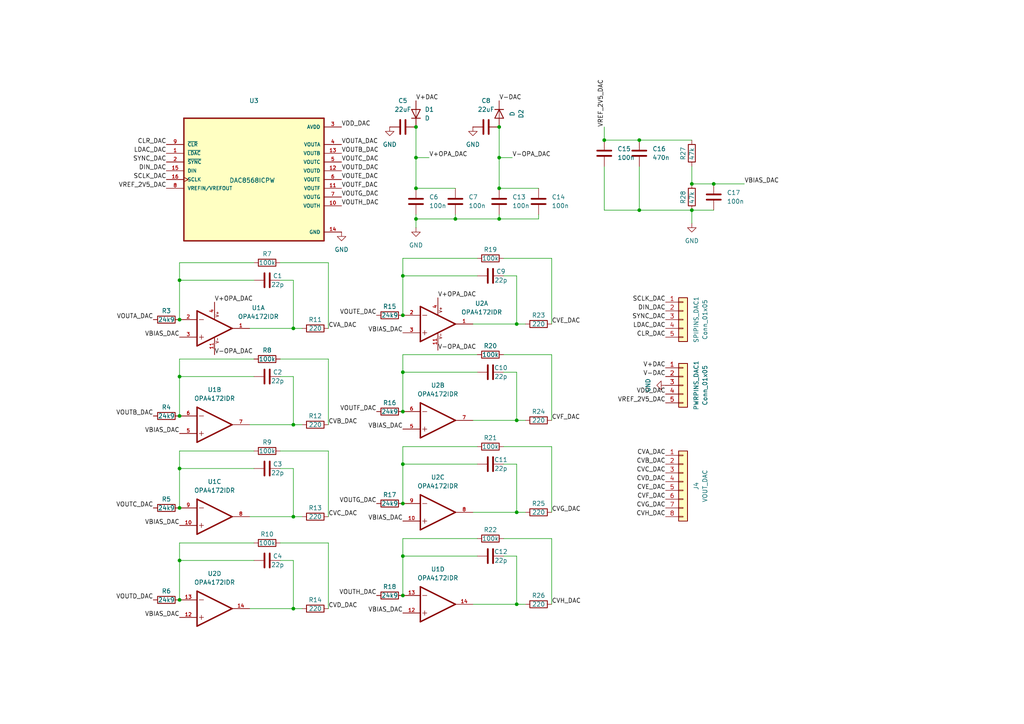
<source format=kicad_sch>
(kicad_sch (version 20231120) (generator "eeschema") (generator_version "8.0")
  (paper "A4")
  (lib_symbols
    (symbol "Connector_Generic:Conn_01x05" (pin_names (offset 1.016) hide)
      (property "Reference" "J" (at 0 7.62 0))
      (property "Value" "Conn_01x05" (at 0 -7.62 0))
      (symbol "Conn_01x05_1_1"
        (rectangle (start -1.27 -4.953) (end 0 -5.207) (stroke (width 0.1524)))
        (rectangle (start -1.27 -2.413) (end 0 -2.667) (stroke (width 0.1524)))
        (rectangle (start -1.27 0.127) (end 0 -0.127) (stroke (width 0.1524)))
        (rectangle (start -1.27 2.667) (end 0 2.413) (stroke (width 0.1524)))
        (rectangle (start -1.27 5.207) (end 0 4.953) (stroke (width 0.1524)))
        (rectangle (start -1.27 6.35) (end 1.27 -6.35) (stroke (width 0.254)) (fill (type background)))
        (pin passive line (at -5.08 5.08 0) (length 3.81) (name "Pin_1") (number "1"))
        (pin passive line (at -5.08 2.54 0) (length 3.81) (name "Pin_2") (number "2"))
        (pin passive line (at -5.08 0 0) (length 3.81) (name "Pin_3") (number "3"))
        (pin passive line (at -5.08 -2.54 0) (length 3.81) (name "Pin_4") (number "4"))
        (pin passive line (at -5.08 -5.08 0) (length 3.81) (name "Pin_5") (number "5"))
      )
    )
    (symbol "Connector_Generic:Conn_01x08" (pin_names (offset 1.016) hide)
      (property "Reference" "J" (at 0 10.16 0))
      (property "Value" "Conn_01x08" (at 0 -12.7 0))
      (symbol "Conn_01x08_1_1"
        (rectangle (start -1.27 -10.033) (end 0 -10.287) (stroke (width 0.1524)))
        (rectangle (start -1.27 -7.493) (end 0 -7.747) (stroke (width 0.1524)))
        (rectangle (start -1.27 -4.953) (end 0 -5.207) (stroke (width 0.1524)))
        (rectangle (start -1.27 -2.413) (end 0 -2.667) (stroke (width 0.1524)))
        (rectangle (start -1.27 0.127) (end 0 -0.127) (stroke (width 0.1524)))
        (rectangle (start -1.27 2.667) (end 0 2.413) (stroke (width 0.1524)))
        (rectangle (start -1.27 5.207) (end 0 4.953) (stroke (width 0.1524)))
        (rectangle (start -1.27 7.747) (end 0 7.493) (stroke (width 0.1524)))
        (rectangle (start -1.27 8.89) (end 1.27 -11.43) (stroke (width 0.254)) (fill (type background)))
        (pin passive line (at -5.08 7.62 0) (length 3.81) (name "Pin_1") (number "1"))
        (pin passive line (at -5.08 5.08 0) (length 3.81) (name "Pin_2") (number "2"))
        (pin passive line (at -5.08 2.54 0) (length 3.81) (name "Pin_3") (number "3"))
        (pin passive line (at -5.08 0 0) (length 3.81) (name "Pin_4") (number "4"))
        (pin passive line (at -5.08 -2.54 0) (length 3.81) (name "Pin_5") (number "5"))
        (pin passive line (at -5.08 -5.08 0) (length 3.81) (name "Pin_6") (number "6"))
        (pin passive line (at -5.08 -7.62 0) (length 3.81) (name "Pin_7") (number "7"))
        (pin passive line (at -5.08 -10.16 0) (length 3.81) (name "Pin_8") (number "8"))
      )
    )
    (symbol "DAC8568ICPW:DAC8568ICPW" (pin_names (offset 1.016))
      (property "Reference" "U" (at -20.32 18.78 0))
      (property "Value" "DAC8568ICPW" (at -20.32 -21.78 0))
      (symbol "DAC8568ICPW_0_0"
        (rectangle (start -20.32 -17.78) (end 20.32 17.78) (stroke (width 0.41)) (fill (type background)))
        (pin input line (at -25.4 7.62 0) (length 5.08) (name "~{LDAC}") (number "1"))
        (pin output line (at 25.4 -7.62 180) (length 5.08) (name "VOUTH") (number "10"))
        (pin output line (at 25.4 -2.54 180) (length 5.08) (name "VOUTF") (number "11"))
        (pin output line (at 25.4 2.54 180) (length 5.08) (name "VOUTD") (number "12"))
        (pin output line (at 25.4 7.62 180) (length 5.08) (name "VOUTB") (number "13"))
        (pin power_in line (at 25.4 -15.24 180) (length 5.08) (name "GND") (number "14"))
        (pin input line (at -25.4 2.54 0) (length 5.08) (name "DIN") (number "15"))
        (pin input clock (at -25.4 0 0) (length 5.08) (name "SCLK") (number "16"))
        (pin input line (at -25.4 5.08 0) (length 5.08) (name "~{SYNC}") (number "2"))
        (pin power_in line (at 25.4 15.24 180) (length 5.08) (name "AVDD") (number "3"))
        (pin output line (at 25.4 10.16 180) (length 5.08) (name "VOUTA") (number "4"))
        (pin output line (at 25.4 5.08 180) (length 5.08) (name "VOUTC") (number "5"))
        (pin output line (at 25.4 0 180) (length 5.08) (name "VOUTE") (number "6"))
        (pin output line (at 25.4 -5.08 180) (length 5.08) (name "VOUTG") (number "7"))
        (pin input line (at -25.4 -2.54 0) (length 5.08) (name "VREFIN/VREFOUT") (number "8"))
        (pin input line (at -25.4 10.16 0) (length 5.08) (name "~{CLR}") (number "9"))
      )
    )
    (symbol "Device:C" (pin_numbers hide) (pin_names (offset 0.254))
      (property "Reference" "C" (at 0.635 2.54 0))
      (property "Value" "C" (at 0.635 -2.54 0))
      (symbol "C_0_1"
        (polyline (pts (xy -2.032 -0.762) (xy 2.032 -0.762)) (stroke (width 0.508)))
        (polyline (pts (xy -2.032 0.762) (xy 2.032 0.762)) (stroke (width 0.508)))
      )
      (symbol "C_1_1"
        (pin passive line (at 0 3.81 270) (length 2.794) (name "~") (number "1"))
        (pin passive line (at 0 -3.81 90) (length 2.794) (name "~") (number "2"))
      )
    )
    (symbol "Device:D" (pin_numbers hide) (pin_names (offset 1.016) hide)
      (property "Reference" "D" (at 0 2.54 0))
      (property "Value" "D" (at 0 -2.54 0))
      (symbol "D_0_1"
        (polyline (pts (xy -1.27 1.27) (xy -1.27 -1.27)) (stroke (width 0.254)))
        (polyline (pts (xy 1.27 0) (xy -1.27 0)))
        (polyline (pts (xy 1.27 1.27) (xy 1.27 -1.27) (xy -1.27 0) (xy 1.27 1.27)) (stroke (width 0.254)))
      )
      (symbol "D_1_1"
        (pin passive line (at -3.81 0 0) (length 2.54) (name "K") (number "1"))
        (pin passive line (at 3.81 0 180) (length 2.54) (name "A") (number "2"))
      )
    )
    (symbol "Device:R" (pin_numbers hide) (pin_names (offset 0))
      (property "Reference" "R" (at 2.032 0 90))
      (property "Value" "R" (at 0 0 90))
      (symbol "R_0_1"
        (rectangle (start -1.016 -2.54) (end 1.016 2.54) (stroke (width 0.254)))
      )
      (symbol "R_1_1"
        (pin passive line (at 0 3.81 270) (length 1.27) (name "~") (number "1"))
        (pin passive line (at 0 -3.81 90) (length 1.27) (name "~") (number "2"))
      )
    )
    (symbol "OPA4172IDR:OPA4172IDR" (pin_names (offset 1.016))
      (property "Reference" "U" (at 5.08 3.175 0))
      (property "Value" "OPA4172IDR" (at 5.08 -5.08 0))
      (symbol "OPA4172IDR_1_0"
        (polyline (pts (xy -2.54 -5.08) (xy 7.62 0)) (stroke (width 0.4064)))
        (polyline (pts (xy -2.54 5.08) (xy -2.54 -5.08)) (stroke (width 0.4064)))
        (polyline (pts (xy -1.905 -2.54) (xy -0.635 -2.54)) (stroke (width 0.1524)))
        (polyline (pts (xy -1.905 2.54) (xy -0.635 2.54)) (stroke (width 0.1524)))
        (polyline (pts (xy -1.27 -1.905) (xy -1.27 -3.175)) (stroke (width 0.1524)))
        (polyline (pts (xy 7.62 0) (xy -2.54 5.08)) (stroke (width 0.4064)))
        (text "V+" (at 3.81 3.175 900) (effects (font (size 0.8128 0.8128)) (justify left bottom)))
        (text "V-" (at 3.81 -4.445 900) (effects (font (size 0.8128 0.8128)) (justify left bottom)))
        (pin output line (at 12.7 0 180) (length 5.08) (name "~") (number "1"))
        (pin power_in line (at 2.54 -7.62 90) (length 5.08) (name "~") (number "11"))
        (pin input line (at -7.62 2.54 0) (length 5.08) (name "~") (number "2"))
        (pin input line (at -7.62 -2.54 0) (length 5.08) (name "~") (number "3"))
        (pin power_in line (at 2.54 7.62 270) (length 5.08) (name "~") (number "4"))
      )
      (symbol "OPA4172IDR_2_0"
        (polyline (pts (xy -2.54 -5.08) (xy 7.62 0)) (stroke (width 0.4064)))
        (polyline (pts (xy -2.54 5.08) (xy -2.54 -5.08)) (stroke (width 0.4064)))
        (polyline (pts (xy -1.905 -2.54) (xy -0.635 -2.54)) (stroke (width 0.1524)))
        (polyline (pts (xy -1.905 2.54) (xy -0.635 2.54)) (stroke (width 0.1524)))
        (polyline (pts (xy -1.27 -1.905) (xy -1.27 -3.175)) (stroke (width 0.1524)))
        (polyline (pts (xy 7.62 0) (xy -2.54 5.08)) (stroke (width 0.4064)))
        (pin input line (at -7.62 -2.54 0) (length 5.08) (name "~") (number "5"))
        (pin input line (at -7.62 2.54 0) (length 5.08) (name "~") (number "6"))
        (pin output line (at 12.7 0 180) (length 5.08) (name "~") (number "7"))
      )
      (symbol "OPA4172IDR_3_0"
        (polyline (pts (xy -2.54 -5.08) (xy 7.62 0)) (stroke (width 0.4064)))
        (polyline (pts (xy -2.54 5.08) (xy -2.54 -5.08)) (stroke (width 0.4064)))
        (polyline (pts (xy -1.905 -2.54) (xy -0.635 -2.54)) (stroke (width 0.1524)))
        (polyline (pts (xy -1.905 2.54) (xy -0.635 2.54)) (stroke (width 0.1524)))
        (polyline (pts (xy -1.27 -1.905) (xy -1.27 -3.175)) (stroke (width 0.1524)))
        (polyline (pts (xy 7.62 0) (xy -2.54 5.08)) (stroke (width 0.4064)))
        (pin input line (at -7.62 -2.54 0) (length 5.08) (name "~") (number "10"))
        (pin output line (at 12.7 0 180) (length 5.08) (name "~") (number "8"))
        (pin input line (at -7.62 2.54 0) (length 5.08) (name "~") (number "9"))
      )
      (symbol "OPA4172IDR_4_0"
        (polyline (pts (xy -2.54 -5.08) (xy 7.62 0)) (stroke (width 0.4064)))
        (polyline (pts (xy -2.54 5.08) (xy -2.54 -5.08)) (stroke (width 0.4064)))
        (polyline (pts (xy -1.905 -2.54) (xy -0.635 -2.54)) (stroke (width 0.1524)))
        (polyline (pts (xy -1.905 2.54) (xy -0.635 2.54)) (stroke (width 0.1524)))
        (polyline (pts (xy -1.27 -1.905) (xy -1.27 -3.175)) (stroke (width 0.1524)))
        (polyline (pts (xy 7.62 0) (xy -2.54 5.08)) (stroke (width 0.4064)))
        (pin input line (at -7.62 -2.54 0) (length 5.08) (name "~") (number "12"))
        (pin input line (at -7.62 2.54 0) (length 5.08) (name "~") (number "13"))
        (pin output line (at 12.7 0 180) (length 5.08) (name "~") (number "14"))
      )
    )
    (symbol "power:GND" (power) (pin_numbers hide) (pin_names (offset 0) hide)
      (property "Value" "GND" (at 0 -3.81 0))
      (symbol "GND_0_1"
        (polyline (pts (xy 0 0) (xy 0 -1.27) (xy 1.27 -1.27) (xy 0 -2.54) (xy -1.27 -1.27) (xy 0 -1.27)))
      )
      (symbol "GND_1_1"
        (pin power_in line (at 0 0 270) (length 0) (name "~") (number "1"))
      )
    )
  )
  (junction (at 149.86 175.26))
  (junction (at 207.01 53.34))
  (junction (at 85.09 149.86))
  (junction (at 144.78 45.72))
  (junction (at 85.09 176.53))
  (junction (at 120.65 54.61))
  (junction (at 116.84 119.38))
  (junction (at 200.66 53.34))
  (junction (at 144.78 63.5))
  (junction (at 120.65 45.72))
  (junction (at 144.78 36.83))
  (junction (at 52.07 92.71))
  (junction (at 149.86 148.59))
  (junction (at 52.07 147.32))
  (junction (at 52.07 109.22))
  (junction (at 116.84 134.62))
  (junction (at 116.84 107.95))
  (junction (at 116.84 161.29))
  (junction (at 52.07 162.56))
  (junction (at 52.07 135.89))
  (junction (at 52.07 173.99))
  (junction (at 116.84 146.05))
  (junction (at 52.07 120.65))
  (junction (at 120.65 36.83))
  (junction (at 132.08 63.5))
  (junction (at 149.86 93.98))
  (junction (at 175.26 40.64))
  (junction (at 200.66 60.96))
  (junction (at 185.42 60.96))
  (junction (at 85.09 123.19))
  (junction (at 52.07 81.28))
  (junction (at 120.65 63.5))
  (junction (at 185.42 40.64))
  (junction (at 144.78 54.61))
  (junction (at 116.84 172.72))
  (junction (at 149.86 121.92))
  (junction (at 116.84 80.01))
  (junction (at 85.09 95.25))
  (junction (at 116.84 91.44))
  (wire (pts (xy 95.25 157.48) (xy 95.25 176.53)))
  (wire (pts (xy 146.05 129.54) (xy 160.02 129.54)))
  (wire (pts (xy 144.78 36.83) (xy 144.78 45.72)))
  (wire (pts (xy 160.02 129.54) (xy 160.02 148.59)))
  (wire (pts (xy 124.46 45.72) (xy 120.65 45.72)))
  (wire (pts (xy 146.05 102.87) (xy 160.02 102.87)))
  (wire (pts (xy 85.09 149.86) (xy 87.63 149.86)))
  (wire (pts (xy 149.86 80.01) (xy 149.86 93.98)))
  (wire (pts (xy 116.84 156.21) (xy 116.84 161.29)))
  (wire (pts (xy 120.65 54.61) (xy 132.08 54.61)))
  (wire (pts (xy 160.02 156.21) (xy 160.02 175.26)))
  (wire (pts (xy 137.16 121.92) (xy 149.86 121.92)))
  (wire (pts (xy 156.21 63.5) (xy 144.78 63.5)))
  (wire (pts (xy 73.66 157.48) (xy 52.07 157.48)))
  (wire (pts (xy 72.39 149.86) (xy 85.09 149.86)))
  (wire (pts (xy 81.28 135.89) (xy 85.09 135.89)))
  (wire (pts (xy 52.07 135.89) (xy 52.07 147.32)))
  (wire (pts (xy 52.07 135.89) (xy 73.66 135.89)))
  (wire (pts (xy 116.84 107.95) (xy 116.84 119.38)))
  (wire (pts (xy 95.25 76.2) (xy 95.25 95.25)))
  (wire (pts (xy 175.26 36.83) (xy 175.26 40.64)))
  (wire (pts (xy 144.78 45.72) (xy 148.59 45.72)))
  (wire (pts (xy 116.84 107.95) (xy 138.43 107.95)))
  (wire (pts (xy 81.28 162.56) (xy 85.09 162.56)))
  (wire (pts (xy 138.43 156.21) (xy 116.84 156.21)))
  (wire (pts (xy 85.09 176.53) (xy 87.63 176.53)))
  (wire (pts (xy 156.21 62.23) (xy 156.21 63.5)))
  (wire (pts (xy 146.05 134.62) (xy 149.86 134.62)))
  (wire (pts (xy 85.09 135.89) (xy 85.09 149.86)))
  (wire (pts (xy 85.09 109.22) (xy 85.09 123.19)))
  (wire (pts (xy 149.86 134.62) (xy 149.86 148.59)))
  (wire (pts (xy 137.16 148.59) (xy 149.86 148.59)))
  (wire (pts (xy 146.05 80.01) (xy 149.86 80.01)))
  (wire (pts (xy 120.65 45.72) (xy 120.65 54.61)))
  (wire (pts (xy 185.42 60.96) (xy 200.66 60.96)))
  (wire (pts (xy 72.39 95.25) (xy 85.09 95.25)))
  (wire (pts (xy 95.25 130.81) (xy 95.25 149.86)))
  (wire (pts (xy 81.28 104.14) (xy 95.25 104.14)))
  (wire (pts (xy 52.07 76.2) (xy 52.07 81.28)))
  (wire (pts (xy 116.84 129.54) (xy 116.84 134.62)))
  (wire (pts (xy 81.28 109.22) (xy 85.09 109.22)))
  (wire (pts (xy 200.66 60.96) (xy 200.66 64.77)))
  (wire (pts (xy 81.28 157.48) (xy 95.25 157.48)))
  (wire (pts (xy 137.16 175.26) (xy 149.86 175.26)))
  (wire (pts (xy 116.84 161.29) (xy 138.43 161.29)))
  (wire (pts (xy 73.66 104.14) (xy 52.07 104.14)))
  (wire (pts (xy 85.09 162.56) (xy 85.09 176.53)))
  (wire (pts (xy 185.42 40.64) (xy 200.66 40.64)))
  (wire (pts (xy 120.65 62.23) (xy 120.65 63.5)))
  (wire (pts (xy 120.65 36.83) (xy 120.65 45.72)))
  (wire (pts (xy 81.28 130.81) (xy 95.25 130.81)))
  (wire (pts (xy 138.43 102.87) (xy 116.84 102.87)))
  (wire (pts (xy 85.09 81.28) (xy 85.09 95.25)))
  (wire (pts (xy 85.09 95.25) (xy 87.63 95.25)))
  (wire (pts (xy 175.26 40.64) (xy 185.42 40.64)))
  (wire (pts (xy 116.84 161.29) (xy 116.84 172.72)))
  (wire (pts (xy 160.02 102.87) (xy 160.02 121.92)))
  (wire (pts (xy 52.07 109.22) (xy 52.07 120.65)))
  (wire (pts (xy 146.05 161.29) (xy 149.86 161.29)))
  (wire (pts (xy 149.86 161.29) (xy 149.86 175.26)))
  (wire (pts (xy 52.07 162.56) (xy 52.07 173.99)))
  (wire (pts (xy 52.07 81.28) (xy 73.66 81.28)))
  (wire (pts (xy 175.26 60.96) (xy 185.42 60.96)))
  (wire (pts (xy 144.78 45.72) (xy 144.78 54.61)))
  (wire (pts (xy 132.08 62.23) (xy 132.08 63.5)))
  (wire (pts (xy 149.86 121.92) (xy 152.4 121.92)))
  (wire (pts (xy 175.26 48.26) (xy 175.26 60.96)))
  (wire (pts (xy 52.07 104.14) (xy 52.07 109.22)))
  (wire (pts (xy 149.86 175.26) (xy 152.4 175.26)))
  (wire (pts (xy 149.86 93.98) (xy 152.4 93.98)))
  (wire (pts (xy 200.66 60.96) (xy 207.01 60.96)))
  (wire (pts (xy 200.66 48.26) (xy 200.66 53.34)))
  (wire (pts (xy 149.86 148.59) (xy 152.4 148.59)))
  (wire (pts (xy 144.78 54.61) (xy 156.21 54.61)))
  (wire (pts (xy 81.28 76.2) (xy 95.25 76.2)))
  (wire (pts (xy 160.02 74.93) (xy 160.02 93.98)))
  (wire (pts (xy 52.07 162.56) (xy 73.66 162.56)))
  (wire (pts (xy 116.84 102.87) (xy 116.84 107.95)))
  (wire (pts (xy 144.78 63.5) (xy 132.08 63.5)))
  (wire (pts (xy 137.16 93.98) (xy 149.86 93.98)))
  (wire (pts (xy 73.66 76.2) (xy 52.07 76.2)))
  (wire (pts (xy 116.84 80.01) (xy 138.43 80.01)))
  (wire (pts (xy 207.01 53.34) (xy 215.9 53.34)))
  (wire (pts (xy 52.07 157.48) (xy 52.07 162.56)))
  (wire (pts (xy 149.86 107.95) (xy 149.86 121.92)))
  (wire (pts (xy 138.43 129.54) (xy 116.84 129.54)))
  (wire (pts (xy 72.39 176.53) (xy 85.09 176.53)))
  (wire (pts (xy 85.09 123.19) (xy 87.63 123.19)))
  (wire (pts (xy 116.84 134.62) (xy 138.43 134.62)))
  (wire (pts (xy 116.84 74.93) (xy 116.84 80.01)))
  (wire (pts (xy 52.07 81.28) (xy 52.07 92.71)))
  (wire (pts (xy 132.08 63.5) (xy 120.65 63.5)))
  (wire (pts (xy 81.28 81.28) (xy 85.09 81.28)))
  (wire (pts (xy 144.78 62.23) (xy 144.78 63.5)))
  (wire (pts (xy 95.25 104.14) (xy 95.25 123.19)))
  (wire (pts (xy 116.84 80.01) (xy 116.84 91.44)))
  (wire (pts (xy 185.42 48.26) (xy 185.42 60.96)))
  (wire (pts (xy 52.07 130.81) (xy 52.07 135.89)))
  (wire (pts (xy 52.07 109.22) (xy 73.66 109.22)))
  (wire (pts (xy 116.84 134.62) (xy 116.84 146.05)))
  (wire (pts (xy 146.05 107.95) (xy 149.86 107.95)))
  (wire (pts (xy 138.43 74.93) (xy 116.84 74.93)))
  (wire (pts (xy 73.66 130.81) (xy 52.07 130.81)))
  (wire (pts (xy 146.05 74.93) (xy 160.02 74.93)))
  (wire (pts (xy 207.01 53.34) (xy 200.66 53.34)))
  (wire (pts (xy 72.39 123.19) (xy 85.09 123.19)))
  (wire (pts (xy 120.65 63.5) (xy 120.65 66.04)))
  (wire (pts (xy 146.05 156.21) (xy 160.02 156.21)))
  (label "VOUTH_DAC" (at 99.06 59.69 0))
  (label "CVD_DAC" (at 193.04 139.7 180))
  (label "DIN_DAC" (at 193.04 90.17 180))
  (label "CVB_DAC" (at 193.04 134.62 180))
  (label "V-OPA_DAC" (at 148.59 45.72 0))
  (label "VOUTA_DAC" (at 44.45 92.71 180))
  (label "CVG_DAC" (at 193.04 147.32 180))
  (label "CVB_DAC" (at 95.25 123.19 0))
  (label "SCLK_DAC" (at 48.26 52.07 180))
  (label "V-OPA_DAC" (at 127 101.6 0))
  (label "SCLK_DAC" (at 193.04 87.63 180))
  (label "V-DAC" (at 144.78 29.21 0))
  (label "CVF_DAC" (at 160.02 121.92 0))
  (label "CVD_DAC" (at 95.25 176.53 0))
  (label "V+OPA_DAC" (at 124.46 45.72 0))
  (label "VOUTG_DAC" (at 99.06 57.15 0))
  (label "VOUTE_DAC" (at 109.22 91.44 180))
  (label "VOUTH_DAC" (at 109.22 172.72 180))
  (label "VOUTE_DAC" (at 99.06 52.07 0))
  (label "CVA_DAC" (at 95.25 95.25 0))
  (label "VBIAS_DAC" (at 116.84 96.52 180))
  (label "LDAC_DAC" (at 193.04 95.25 180))
  (label "VREF_2V5_DAC" (at 48.26 54.61 180))
  (label "VOUTA_DAC" (at 99.06 41.91 0))
  (label "VOUTF_DAC" (at 109.22 119.38 180))
  (label "V+OPA_DAC" (at 127 86.36 0))
  (label "V+DAC" (at 193.04 106.68 180))
  (label "CLR_DAC" (at 48.26 41.91 180))
  (label "VBIAS_DAC" (at 116.84 124.46 180))
  (label "VOUTG_DAC" (at 109.22 146.05 180))
  (label "CVE_DAC" (at 193.04 142.24 180))
  (label "VOUTC_DAC" (at 44.45 147.32 180))
  (label "SYNC_DAC" (at 48.26 46.99 180))
  (label "CVG_DAC" (at 160.02 148.59 0))
  (label "CVE_DAC" (at 160.02 93.98 0))
  (label "VOUTD_DAC" (at 99.06 49.53 0))
  (label "VDD_DAC" (at 99.06 36.83 0))
  (label "VOUTF_DAC" (at 99.06 54.61 0))
  (label "VBIAS_DAC" (at 116.84 151.13 180))
  (label "V-OPA_DAC" (at 62.23 102.87 0))
  (label "CVH_DAC" (at 160.02 175.26 0))
  (label "V+OPA_DAC" (at 62.23 87.63 0))
  (label "VREF_2V5_DAC" (at 193.04 116.84 180))
  (label "V-DAC" (at 193.04 109.22 180))
  (label "V+DAC" (at 120.65 29.21 0))
  (label "CVC_DAC" (at 193.04 137.16 180))
  (label "VBIAS_DAC" (at 116.84 177.8 180))
  (label "VBIAS_DAC" (at 52.07 179.07 180))
  (label "VDD_DAC" (at 193.04 114.3 180))
  (label "CVH_DAC" (at 193.04 149.86 180))
  (label "VREF_2V5_DAC" (at 175.26 36.83 90))
  (label "DIN_DAC" (at 48.26 49.53 180))
  (label "CVF_DAC" (at 193.04 144.78 180))
  (label "VOUTB_DAC" (at 99.06 44.45 0))
  (label "CVA_DAC" (at 193.04 132.08 180))
  (label "SYNC_DAC" (at 193.04 92.71 180))
  (label "VBIAS_DAC" (at 52.07 152.4 180))
  (label "VOUTC_DAC" (at 99.06 46.99 0))
  (label "CVC_DAC" (at 95.25 149.86 0))
  (label "VBIAS_DAC" (at 52.07 97.79 180))
  (label "CLR_DAC" (at 193.04 97.79 180))
  (label "VBIAS_DAC" (at 215.9 53.34 0))
  (label "LDAC_DAC" (at 48.26 44.45 180))
  (label "VOUTD_DAC" (at 44.45 173.99 180))
  (label "VBIAS_DAC" (at 52.07 125.73 180))
  (label "VOUTB_DAC" (at 44.45 120.65 180))
  (symbol (lib_id "Device:R") (at 156.21 121.92 90) (unit 1)
    (property "Reference" "R24" (at 156.21 119.38 90))
    (property "Value" "220" (at 156.21 121.92 90))
    (property "Footprint" "Resistor_SMD:R_0805_2012Metric_Pad1.20x1.40mm_HandSolder" (effects (hide yes)))
    (property "Description" "Resistor" (effects (hide yes)))
  )
  (symbol (lib_id "OPA4172IDR:OPA4172IDR") (at 59.69 149.86 0) (unit 3)
    (property "Reference" "U1" (at 62.23 139.7 0))
    (property "Value" "OPA4172IDR" (at 62.23 142.24 0))
    (property "Footprint" "OPA4172IDR:SOIC127P600X175-14N" (effects (hide yes)))
    (property "MF" "Texas Instruments" (effects (hide yes)))
    (property "MAXIMUM_PACKAGE_HEIGHT" "1.75 mm" (effects (hide yes)))
    (property "Package" "SOIC-14 Texas Instruments" (effects (hide yes)))
    (property "Price" "None" (effects (hide yes)))
    (property "Check_prices" "https://www.snapeda.com/parts/OPA4172IDR/Texas+Instruments/view-part/?ref=eda" (effects (hide yes)))
    (property "STANDARD" "IPC 7351B" (effects (hide yes)))
    (property "PARTREV" "I" (effects (hide yes)))
    (property "SnapEDA_Link" "https://www.snapeda.com/parts/OPA4172IDR/Texas+Instruments/view-part/?ref=snap" (effects (hide yes)))
    (property "MP" "OPA4172IDR" (effects (hide yes)))
    (property "Purchase-URL" "https://www.snapeda.com/api/url_track_click_mouser/?unipart_id=1159938&manufacturer=Texas Instruments&part_name=OPA4172IDR&search_term=None" (effects (hide yes)))
    (property "Description_1" "\nQuad, 36-V, 10-MHz, low-power operational amplifier\n" (effects (hide yes)))
    (property "Availability" "In Stock" (effects (hide yes)))
    (property "MANUFACTURER" "Texas Instruments" (effects (hide yes)))
  )
  (symbol (lib_id "Device:C") (at 116.84 36.83 90) (unit 1)
    (property "Reference" "C5" (at 116.84 29.21 90))
    (property "Value" "22uF" (at 116.84 31.75 90))
    (property "Footprint" "Capacitor_SMD:C_0805_2012Metric_Pad1.18x1.45mm_HandSolder" (effects (hide yes)))
    (property "Description" "Unpolarized capacitor" (effects (hide yes)))
  )
  (symbol (lib_id "power:GND") (at 193.04 111.76 270) (unit 1)
    (property "Reference" "#PWR010" (effects (hide yes)))
    (property "Value" "GND" (at 187.96 111.76 0))
    (property "Description" "Power symbol creates a global label with name \"GND\" , ground" (effects (hide yes)))
  )
  (symbol (lib_id "Device:R") (at 91.44 149.86 90) (unit 1)
    (property "Reference" "R13" (at 91.44 147.32 90))
    (property "Value" "220" (at 91.44 149.86 90))
    (property "Footprint" "Resistor_SMD:R_0805_2012Metric_Pad1.20x1.40mm_HandSolder" (effects (hide yes)))
    (property "Description" "Resistor" (effects (hide yes)))
  )
  (symbol (lib_id "Device:R") (at 48.26 92.71 90) (unit 1)
    (property "Reference" "R3" (at 48.26 90.17 90))
    (property "Value" "24k9" (at 48.26 92.71 90))
    (property "Footprint" "Resistor_SMD:R_0805_2012Metric_Pad1.20x1.40mm_HandSolder" (effects (hide yes)))
    (property "Description" "Resistor" (effects (hide yes)))
  )
  (symbol (lib_id "Device:D") (at 144.78 33.02 270) (unit 1)
    (property "Reference" "D2" (at 151.13 33.02 0))
    (property "Value" "D" (at 148.59 33.02 0))
    (property "Footprint" "Diode_THT:D_DO-41_SOD81_P7.62mm_Horizontal" (effects (hide yes)))
    (property "Description" "Diode" (effects (hide yes)))
    (property "Sim.Device" "D" (effects (hide yes)))
    (property "Sim.Pins" "1=K 2=A" (effects (hide yes)))
  )
  (symbol (lib_id "Device:R") (at 142.24 74.93 90) (unit 1)
    (property "Reference" "R19" (at 142.24 72.39 90))
    (property "Value" "100k" (at 142.24 74.93 90))
    (property "Footprint" "Resistor_SMD:R_0805_2012Metric_Pad1.20x1.40mm_HandSolder" (effects (hide yes)))
    (property "Description" "Resistor" (effects (hide yes)))
  )
  (symbol (lib_id "Device:C") (at 77.47 81.28 90) (unit 1)
    (property "Reference" "C1" (at 80.518 80.01 90))
    (property "Value" "22p" (at 80.518 82.55 90))
    (property "Footprint" "Capacitor_SMD:C_0805_2012Metric_Pad1.18x1.45mm_HandSolder" (effects (hide yes)))
    (property "Description" "Unpolarized capacitor" (effects (hide yes)))
  )
  (symbol (lib_id "OPA4172IDR:OPA4172IDR") (at 59.69 176.53 0) (unit 4)
    (property "Reference" "U2" (at 62.23 166.37 0))
    (property "Value" "OPA4172IDR" (at 62.23 168.91 0))
    (property "Footprint" "OPA4172IDR:SOIC127P600X175-14N" (effects (hide yes)))
    (property "MF" "Texas Instruments" (effects (hide yes)))
    (property "MAXIMUM_PACKAGE_HEIGHT" "1.75 mm" (effects (hide yes)))
    (property "Package" "SOIC-14 Texas Instruments" (effects (hide yes)))
    (property "Price" "None" (effects (hide yes)))
    (property "Check_prices" "https://www.snapeda.com/parts/OPA4172IDR/Texas+Instruments/view-part/?ref=eda" (effects (hide yes)))
    (property "STANDARD" "IPC 7351B" (effects (hide yes)))
    (property "PARTREV" "I" (effects (hide yes)))
    (property "SnapEDA_Link" "https://www.snapeda.com/parts/OPA4172IDR/Texas+Instruments/view-part/?ref=snap" (effects (hide yes)))
    (property "MP" "OPA4172IDR" (effects (hide yes)))
    (property "Purchase-URL" "https://www.snapeda.com/api/url_track_click_mouser/?unipart_id=1159938&manufacturer=Texas Instruments&part_name=OPA4172IDR&search_term=None" (effects (hide yes)))
    (property "Description_1" "\nQuad, 36-V, 10-MHz, low-power operational amplifier\n" (effects (hide yes)))
    (property "Availability" "In Stock" (effects (hide yes)))
    (property "MANUFACTURER" "Texas Instruments" (effects (hide yes)))
  )
  (symbol (lib_id "Device:R") (at 200.66 57.15 0) (unit 1)
    (property "Reference" "R28" (at 198.12 59.182 90) (effects (justify left)))
    (property "Value" "47k" (at 200.66 59.182 90) (effects (justify left)))
    (property "Footprint" "Resistor_SMD:R_0805_2012Metric_Pad1.20x1.40mm_HandSolder" (effects (hide yes)))
    (property "Description" "Resistor" (effects (hide yes)))
  )
  (symbol (lib_id "OPA4172IDR:OPA4172IDR") (at 124.46 93.98 0) (unit 1)
    (property "Reference" "U2" (at 139.7 88.0108 0))
    (property "Value" "OPA4172IDR" (at 139.7 90.5508 0))
    (property "Footprint" "OPA4172IDR:SOIC127P600X175-14N" (effects (hide yes)))
    (property "MF" "Texas Instruments" (effects (hide yes)))
    (property "MAXIMUM_PACKAGE_HEIGHT" "1.75 mm" (effects (hide yes)))
    (property "Package" "SOIC-14 Texas Instruments" (effects (hide yes)))
    (property "Price" "None" (effects (hide yes)))
    (property "Check_prices" "https://www.snapeda.com/parts/OPA4172IDR/Texas+Instruments/view-part/?ref=eda" (effects (hide yes)))
    (property "STANDARD" "IPC 7351B" (effects (hide yes)))
    (property "PARTREV" "I" (effects (hide yes)))
    (property "SnapEDA_Link" "https://www.snapeda.com/parts/OPA4172IDR/Texas+Instruments/view-part/?ref=snap" (effects (hide yes)))
    (property "MP" "OPA4172IDR" (effects (hide yes)))
    (property "Purchase-URL" "https://www.snapeda.com/api/url_track_click_mouser/?unipart_id=1159938&manufacturer=Texas Instruments&part_name=OPA4172IDR&search_term=None" (effects (hide yes)))
    (property "Description_1" "\nQuad, 36-V, 10-MHz, low-power operational amplifier\n" (effects (hide yes)))
    (property "Availability" "In Stock" (effects (hide yes)))
    (property "MANUFACTURER" "Texas Instruments" (effects (hide yes)))
  )
  (symbol (lib_id "Device:C") (at 156.21 58.42 0) (unit 1)
    (property "Reference" "C14" (at 160.02 57.1499 0) (effects (justify left)))
    (property "Value" "100n" (at 160.02 59.6899 0) (effects (justify left)))
    (property "Footprint" "Capacitor_SMD:C_0805_2012Metric_Pad1.18x1.45mm_HandSolder" (effects (hide yes)))
    (property "Description" "Unpolarized capacitor" (effects (hide yes)))
  )
  (symbol (lib_id "Connector_Generic:Conn_01x05") (at 198.12 111.76 0) (unit 1)
    (property "Reference" "PWRPINS_DAC1" (at 201.93 111.76 90))
    (property "Value" "Conn_01x05" (at 204.47 111.76 90))
    (property "Footprint" "Connector_PinHeader_2.54mm:PinHeader_1x05_P2.54mm_Vertical" (effects (hide yes)))
    (property "Description" "Generic connector, single row, 01x05, script generated (kicad-library-utils/schlib/autogen/connector/)" (effects (hide yes)))
  )
  (symbol (lib_id "Device:R") (at 48.26 120.65 90) (unit 1)
    (property "Reference" "R4" (at 48.26 118.11 90))
    (property "Value" "24k9" (at 48.26 120.65 90))
    (property "Footprint" "Resistor_SMD:R_0805_2012Metric_Pad1.20x1.40mm_HandSolder" (effects (hide yes)))
    (property "Description" "Resistor" (effects (hide yes)))
  )
  (symbol (lib_id "Device:R") (at 77.47 76.2 90) (unit 1)
    (property "Reference" "R7" (at 77.47 73.66 90))
    (property "Value" "100k" (at 77.47 76.2 90))
    (property "Footprint" "Resistor_SMD:R_0805_2012Metric_Pad1.20x1.40mm_HandSolder" (effects (hide yes)))
    (property "Description" "Resistor" (effects (hide yes)))
  )
  (symbol (lib_id "DAC8568ICPW:DAC8568ICPW") (at 73.66 52.07 0) (unit 1)
    (property "Reference" "U3" (at 73.66 29.21 0))
    (property "Value" "DAC8568ICPW" (at 73.152 52.324 0))
    (property "Footprint" "DAC8568ICPW:SOP65P640X120-16N" (effects (hide yes)))
    (property "MF" "Texas Instruments" (effects (hide yes)))
    (property "Description_1" "\n16-bit, octal-channel, ultra-low glitch, voltage output DAC with 2.5V, 2ppm/°C internal reference\n" (effects (hide yes)))
    (property "Package" "TSSOP-16 Texas Instruments" (effects (hide yes)))
    (property "Price" "None" (effects (hide yes)))
    (property "SnapEDA_Link" "https://www.snapeda.com/parts/DAC8568ICPW/Texas+Instruments/view-part/?ref=snap" (effects (hide yes)))
    (property "MP" "DAC8568ICPW" (effects (hide yes)))
    (property "Availability" "In Stock" (effects (hide yes)))
    (property "Check_prices" "https://www.snapeda.com/parts/DAC8568ICPW/Texas+Instruments/view-part/?ref=eda" (effects (hide yes)))
  )
  (symbol (lib_id "Device:C") (at 77.47 135.89 90) (unit 1)
    (property "Reference" "C3" (at 80.518 134.62 90))
    (property "Value" "22p" (at 80.518 137.16 90))
    (property "Footprint" "Capacitor_SMD:C_0805_2012Metric_Pad1.18x1.45mm_HandSolder" (effects (hide yes)))
    (property "Description" "Unpolarized capacitor" (effects (hide yes)))
  )
  (symbol (lib_id "power:GND") (at 99.06 67.31 0) (unit 1)
    (property "Reference" "#PWR06" (effects (hide yes)))
    (property "Value" "GND" (at 99.06 72.39 0))
    (property "Description" "Power symbol creates a global label with name \"GND\" , ground" (effects (hide yes)))
  )
  (symbol (lib_id "Device:C") (at 144.78 58.42 0) (unit 1)
    (property "Reference" "C13" (at 148.59 57.1499 0) (effects (justify left)))
    (property "Value" "100n" (at 148.59 59.6899 0) (effects (justify left)))
    (property "Footprint" "Capacitor_SMD:C_0805_2012Metric_Pad1.18x1.45mm_HandSolder" (effects (hide yes)))
    (property "Description" "Unpolarized capacitor" (effects (hide yes)))
  )
  (symbol (lib_id "Device:C") (at 142.24 134.62 90) (unit 1)
    (property "Reference" "C11" (at 145.288 133.35 90))
    (property "Value" "22p" (at 145.288 135.89 90))
    (property "Footprint" "Capacitor_SMD:C_0805_2012Metric_Pad1.18x1.45mm_HandSolder" (effects (hide yes)))
    (property "Description" "Unpolarized capacitor" (effects (hide yes)))
  )
  (symbol (lib_id "OPA4172IDR:OPA4172IDR") (at 59.69 123.19 0) (unit 2)
    (property "Reference" "U1" (at 62.23 113.03 0))
    (property "Value" "OPA4172IDR" (at 62.23 115.57 0))
    (property "Footprint" "OPA4172IDR:SOIC127P600X175-14N" (effects (hide yes)))
    (property "MF" "Texas Instruments" (effects (hide yes)))
    (property "MAXIMUM_PACKAGE_HEIGHT" "1.75 mm" (effects (hide yes)))
    (property "Package" "SOIC-14 Texas Instruments" (effects (hide yes)))
    (property "Price" "None" (effects (hide yes)))
    (property "Check_prices" "https://www.snapeda.com/parts/OPA4172IDR/Texas+Instruments/view-part/?ref=eda" (effects (hide yes)))
    (property "STANDARD" "IPC 7351B" (effects (hide yes)))
    (property "PARTREV" "I" (effects (hide yes)))
    (property "SnapEDA_Link" "https://www.snapeda.com/parts/OPA4172IDR/Texas+Instruments/view-part/?ref=snap" (effects (hide yes)))
    (property "MP" "OPA4172IDR" (effects (hide yes)))
    (property "Purchase-URL" "https://www.snapeda.com/api/url_track_click_mouser/?unipart_id=1159938&manufacturer=Texas Instruments&part_name=OPA4172IDR&search_term=None" (effects (hide yes)))
    (property "Description_1" "\nQuad, 36-V, 10-MHz, low-power operational amplifier\n" (effects (hide yes)))
    (property "Availability" "In Stock" (effects (hide yes)))
    (property "MANUFACTURER" "Texas Instruments" (effects (hide yes)))
  )
  (symbol (lib_id "Device:R") (at 113.03 119.38 90) (unit 1)
    (property "Reference" "R16" (at 113.03 116.84 90))
    (property "Value" "24k9" (at 113.03 119.38 90))
    (property "Footprint" "Resistor_SMD:R_0805_2012Metric_Pad1.20x1.40mm_HandSolder" (effects (hide yes)))
    (property "Description" "Resistor" (effects (hide yes)))
  )
  (symbol (lib_id "Device:R") (at 142.24 129.54 90) (unit 1)
    (property "Reference" "R21" (at 142.24 127 90))
    (property "Value" "100k" (at 142.24 129.54 90))
    (property "Footprint" "Resistor_SMD:R_0805_2012Metric_Pad1.20x1.40mm_HandSolder" (effects (hide yes)))
    (property "Description" "Resistor" (effects (hide yes)))
  )
  (symbol (lib_id "Device:R") (at 200.66 44.45 0) (unit 1)
    (property "Reference" "R27" (at 198.12 46.482 90) (effects (justify left)))
    (property "Value" "47k" (at 200.66 46.482 90) (effects (justify left)))
    (property "Footprint" "Resistor_SMD:R_0805_2012Metric_Pad1.20x1.40mm_HandSolder" (effects (hide yes)))
    (property "Description" "Resistor" (effects (hide yes)))
  )
  (symbol (lib_id "OPA4172IDR:OPA4172IDR") (at 124.46 175.26 0) (unit 4)
    (property "Reference" "U1" (at 127 165.1 0))
    (property "Value" "OPA4172IDR" (at 127 167.64 0))
    (property "Footprint" "OPA4172IDR:SOIC127P600X175-14N" (effects (hide yes)))
    (property "MF" "Texas Instruments" (effects (hide yes)))
    (property "MAXIMUM_PACKAGE_HEIGHT" "1.75 mm" (effects (hide yes)))
    (property "Package" "SOIC-14 Texas Instruments" (effects (hide yes)))
    (property "Price" "None" (effects (hide yes)))
    (property "Check_prices" "https://www.snapeda.com/parts/OPA4172IDR/Texas+Instruments/view-part/?ref=eda" (effects (hide yes)))
    (property "STANDARD" "IPC 7351B" (effects (hide yes)))
    (property "PARTREV" "I" (effects (hide yes)))
    (property "SnapEDA_Link" "https://www.snapeda.com/parts/OPA4172IDR/Texas+Instruments/view-part/?ref=snap" (effects (hide yes)))
    (property "MP" "OPA4172IDR" (effects (hide yes)))
    (property "Purchase-URL" "https://www.snapeda.com/api/url_track_click_mouser/?unipart_id=1159938&manufacturer=Texas Instruments&part_name=OPA4172IDR&search_term=None" (effects (hide yes)))
    (property "Description_1" "\nQuad, 36-V, 10-MHz, low-power operational amplifier\n" (effects (hide yes)))
    (property "Availability" "In Stock" (effects (hide yes)))
    (property "MANUFACTURER" "Texas Instruments" (effects (hide yes)))
  )
  (symbol (lib_id "Device:C") (at 142.24 161.29 90) (unit 1)
    (property "Reference" "C12" (at 145.288 160.02 90))
    (property "Value" "22p" (at 145.288 162.56 90))
    (property "Footprint" "Capacitor_SMD:C_0805_2012Metric_Pad1.18x1.45mm_HandSolder" (effects (hide yes)))
    (property "Description" "Unpolarized capacitor" (effects (hide yes)))
  )
  (symbol (lib_id "Device:R") (at 77.47 130.81 90) (unit 1)
    (property "Reference" "R9" (at 77.47 128.27 90))
    (property "Value" "100k" (at 77.47 130.81 90))
    (property "Footprint" "Resistor_SMD:R_0805_2012Metric_Pad1.20x1.40mm_HandSolder" (effects (hide yes)))
    (property "Description" "Resistor" (effects (hide yes)))
  )
  (symbol (lib_id "Device:R") (at 48.26 147.32 90) (unit 1)
    (property "Reference" "R5" (at 48.26 144.78 90))
    (property "Value" "24k9" (at 48.26 147.32 90))
    (property "Footprint" "Resistor_SMD:R_0805_2012Metric_Pad1.20x1.40mm_HandSolder" (effects (hide yes)))
    (property "Description" "Resistor" (effects (hide yes)))
  )
  (symbol (lib_id "Device:R") (at 91.44 176.53 90) (unit 1)
    (property "Reference" "R14" (at 91.44 173.99 90))
    (property "Value" "220" (at 91.44 176.53 90))
    (property "Footprint" "Resistor_SMD:R_0805_2012Metric_Pad1.20x1.40mm_HandSolder" (effects (hide yes)))
    (property "Description" "Resistor" (effects (hide yes)))
  )
  (symbol (lib_id "Device:R") (at 113.03 91.44 90) (unit 1)
    (property "Reference" "R15" (at 113.03 88.9 90))
    (property "Value" "24k9" (at 113.03 91.44 90))
    (property "Footprint" "Resistor_SMD:R_0805_2012Metric_Pad1.20x1.40mm_HandSolder" (effects (hide yes)))
    (property "Description" "Resistor" (effects (hide yes)))
  )
  (symbol (lib_id "Device:C") (at 207.01 57.15 0) (unit 1)
    (property "Reference" "C17" (at 210.82 55.8799 0) (effects (justify left)))
    (property "Value" "100n" (at 210.82 58.4199 0) (effects (justify left)))
    (property "Footprint" "Capacitor_SMD:C_0805_2012Metric_Pad1.18x1.45mm_HandSolder" (effects (hide yes)))
    (property "Description" "Unpolarized capacitor" (effects (hide yes)))
  )
  (symbol (lib_id "power:GND") (at 113.03 36.83 0) (unit 1)
    (property "Reference" "#PWR07" (effects (hide yes)))
    (property "Value" "GND" (at 113.03 41.91 0))
    (property "Description" "Power symbol creates a global label with name \"GND\" , ground" (effects (hide yes)))
  )
  (symbol (lib_id "OPA4172IDR:OPA4172IDR") (at 124.46 121.92 0) (unit 2)
    (property "Reference" "U2" (at 127 111.76 0))
    (property "Value" "OPA4172IDR" (at 127 114.3 0))
    (property "Footprint" "OPA4172IDR:SOIC127P600X175-14N" (effects (hide yes)))
    (property "MF" "Texas Instruments" (effects (hide yes)))
    (property "MAXIMUM_PACKAGE_HEIGHT" "1.75 mm" (effects (hide yes)))
    (property "Package" "SOIC-14 Texas Instruments" (effects (hide yes)))
    (property "Price" "None" (effects (hide yes)))
    (property "Check_prices" "https://www.snapeda.com/parts/OPA4172IDR/Texas+Instruments/view-part/?ref=eda" (effects (hide yes)))
    (property "STANDARD" "IPC 7351B" (effects (hide yes)))
    (property "PARTREV" "I" (effects (hide yes)))
    (property "SnapEDA_Link" "https://www.snapeda.com/parts/OPA4172IDR/Texas+Instruments/view-part/?ref=snap" (effects (hide yes)))
    (property "MP" "OPA4172IDR" (effects (hide yes)))
    (property "Purchase-URL" "https://www.snapeda.com/api/url_track_click_mouser/?unipart_id=1159938&manufacturer=Texas Instruments&part_name=OPA4172IDR&search_term=None" (effects (hide yes)))
    (property "Description_1" "\nQuad, 36-V, 10-MHz, low-power operational amplifier\n" (effects (hide yes)))
    (property "Availability" "In Stock" (effects (hide yes)))
    (property "MANUFACTURER" "Texas Instruments" (effects (hide yes)))
  )
  (symbol (lib_id "Device:C") (at 185.42 44.45 0) (unit 1)
    (property "Reference" "C16" (at 189.23 43.1799 0) (effects (justify left)))
    (property "Value" "470n" (at 189.23 45.7199 0) (effects (justify left)))
    (property "Footprint" "Capacitor_SMD:C_0805_2012Metric_Pad1.18x1.45mm_HandSolder" (effects (hide yes)))
    (property "Description" "Unpolarized capacitor" (effects (hide yes)))
  )
  (symbol (lib_id "Device:R") (at 48.26 173.99 90) (unit 1)
    (property "Reference" "R6" (at 48.26 171.45 90))
    (property "Value" "24k9" (at 48.26 173.99 90))
    (property "Footprint" "Resistor_SMD:R_0805_2012Metric_Pad1.20x1.40mm_HandSolder" (effects (hide yes)))
    (property "Description" "Resistor" (effects (hide yes)))
  )
  (symbol (lib_id "Device:C") (at 175.26 44.45 0) (unit 1)
    (property "Reference" "C15" (at 179.07 43.1799 0) (effects (justify left)))
    (property "Value" "100n" (at 179.07 45.7199 0) (effects (justify left)))
    (property "Footprint" "Capacitor_SMD:C_0805_2012Metric_Pad1.18x1.45mm_HandSolder" (effects (hide yes)))
    (property "Description" "Unpolarized capacitor" (effects (hide yes)))
  )
  (symbol (lib_id "Device:C") (at 142.24 80.01 90) (unit 1)
    (property "Reference" "C9" (at 145.288 78.74 90))
    (property "Value" "22p" (at 145.288 81.28 90))
    (property "Footprint" "Capacitor_SMD:C_0805_2012Metric_Pad1.18x1.45mm_HandSolder" (effects (hide yes)))
    (property "Description" "Unpolarized capacitor" (effects (hide yes)))
  )
  (symbol (lib_id "Device:R") (at 156.21 148.59 90) (unit 1)
    (property "Reference" "R25" (at 156.21 146.05 90))
    (property "Value" "220" (at 156.21 148.59 90))
    (property "Footprint" "Resistor_SMD:R_0805_2012Metric_Pad1.20x1.40mm_HandSolder" (effects (hide yes)))
    (property "Description" "Resistor" (effects (hide yes)))
  )
  (symbol (lib_id "power:GND") (at 137.16 36.83 0) (unit 1)
    (property "Reference" "#PWR09" (effects (hide yes)))
    (property "Value" "GND" (at 137.16 41.91 0))
    (property "Description" "Power symbol creates a global label with name \"GND\" , ground" (effects (hide yes)))
  )
  (symbol (lib_id "power:GND") (at 120.65 66.04 0) (unit 1)
    (property "Reference" "#PWR08" (effects (hide yes)))
    (property "Value" "GND" (at 120.65 71.12 0))
    (property "Description" "Power symbol creates a global label with name \"GND\" , ground" (effects (hide yes)))
  )
  (symbol (lib_id "Device:R") (at 113.03 146.05 90) (unit 1)
    (property "Reference" "R17" (at 113.03 143.51 90))
    (property "Value" "24k9" (at 113.03 146.05 90))
    (property "Footprint" "Resistor_SMD:R_0805_2012Metric_Pad1.20x1.40mm_HandSolder" (effects (hide yes)))
    (property "Description" "Resistor" (effects (hide yes)))
  )
  (symbol (lib_id "OPA4172IDR:OPA4172IDR") (at 59.69 95.25 0) (unit 1)
    (property "Reference" "U1" (at 74.93 89.2808 0))
    (property "Value" "OPA4172IDR" (at 74.93 91.8208 0))
    (property "Footprint" "OPA4172IDR:SOIC127P600X175-14N" (effects (hide yes)))
    (property "MF" "Texas Instruments" (effects (hide yes)))
    (property "MAXIMUM_PACKAGE_HEIGHT" "1.75 mm" (effects (hide yes)))
    (property "Package" "SOIC-14 Texas Instruments" (effects (hide yes)))
    (property "Price" "None" (effects (hide yes)))
    (property "Check_prices" "https://www.snapeda.com/parts/OPA4172IDR/Texas+Instruments/view-part/?ref=eda" (effects (hide yes)))
    (property "STANDARD" "IPC 7351B" (effects (hide yes)))
    (property "PARTREV" "I" (effects (hide yes)))
    (property "SnapEDA_Link" "https://www.snapeda.com/parts/OPA4172IDR/Texas+Instruments/view-part/?ref=snap" (effects (hide yes)))
    (property "MP" "OPA4172IDR" (effects (hide yes)))
    (property "Purchase-URL" "https://www.snapeda.com/api/url_track_click_mouser/?unipart_id=1159938&manufacturer=Texas Instruments&part_name=OPA4172IDR&search_term=None" (effects (hide yes)))
    (property "Description_1" "\nQuad, 36-V, 10-MHz, low-power operational amplifier\n" (effects (hide yes)))
    (property "Availability" "In Stock" (effects (hide yes)))
    (property "MANUFACTURER" "Texas Instruments" (effects (hide yes)))
  )
  (symbol (lib_id "Device:R") (at 91.44 95.25 90) (unit 1)
    (property "Reference" "R11" (at 91.44 92.71 90))
    (property "Value" "220" (at 91.44 95.25 90))
    (property "Footprint" "Resistor_SMD:R_0805_2012Metric_Pad1.20x1.40mm_HandSolder" (effects (hide yes)))
    (property "Description" "Resistor" (effects (hide yes)))
  )
  (symbol (lib_id "Device:D") (at 120.65 33.02 90) (unit 1)
    (property "Reference" "D1" (at 123.19 31.7499 90) (effects (justify right)))
    (property "Value" "D" (at 123.19 34.2899 90) (effects (justify right)))
    (property "Footprint" "Diode_THT:D_DO-41_SOD81_P7.62mm_Horizontal" (effects (hide yes)))
    (property "Description" "Diode" (effects (hide yes)))
    (property "Sim.Device" "D" (effects (hide yes)))
    (property "Sim.Pins" "1=K 2=A" (effects (hide yes)))
  )
  (symbol (lib_id "Device:C") (at 140.97 36.83 270) (unit 1)
    (property "Reference" "C8" (at 140.97 29.21 90))
    (property "Value" "22uF" (at 140.97 31.75 90))
    (property "Footprint" "Capacitor_SMD:C_0805_2012Metric_Pad1.18x1.45mm_HandSolder" (effects (hide yes)))
    (property "Description" "Unpolarized capacitor" (effects (hide yes)))
  )
  (symbol (lib_id "Device:R") (at 77.47 157.48 90) (unit 1)
    (property "Reference" "R10" (at 77.47 154.94 90))
    (property "Value" "100k" (at 77.47 157.48 90))
    (property "Footprint" "Resistor_SMD:R_0805_2012Metric_Pad1.20x1.40mm_HandSolder" (effects (hide yes)))
    (property "Description" "Resistor" (effects (hide yes)))
  )
  (symbol (lib_id "Device:R") (at 156.21 93.98 90) (unit 1)
    (property "Reference" "R23" (at 156.21 91.44 90))
    (property "Value" "220" (at 156.21 93.98 90))
    (property "Footprint" "Resistor_SMD:R_0805_2012Metric_Pad1.20x1.40mm_HandSolder" (effects (hide yes)))
    (property "Description" "Resistor" (effects (hide yes)))
  )
  (symbol (lib_id "Device:R") (at 142.24 156.21 90) (unit 1)
    (property "Reference" "R22" (at 142.24 153.67 90))
    (property "Value" "100k" (at 142.24 156.21 90))
    (property "Footprint" "Resistor_SMD:R_0805_2012Metric_Pad1.20x1.40mm_HandSolder" (effects (hide yes)))
    (property "Description" "Resistor" (effects (hide yes)))
  )
  (symbol (lib_id "Device:R") (at 156.21 175.26 90) (unit 1)
    (property "Reference" "R26" (at 156.21 172.72 90))
    (property "Value" "220" (at 156.21 175.26 90))
    (property "Footprint" "Resistor_SMD:R_0805_2012Metric_Pad1.20x1.40mm_HandSolder" (effects (hide yes)))
    (property "Description" "Resistor" (effects (hide yes)))
  )
  (symbol (lib_id "power:GND") (at 200.66 64.77 0) (unit 1)
    (property "Reference" "#PWR011" (effects (hide yes)))
    (property "Value" "GND" (at 200.66 69.85 0))
    (property "Description" "Power symbol creates a global label with name \"GND\" , ground" (effects (hide yes)))
  )
  (symbol (lib_id "Device:R") (at 142.24 102.87 90) (unit 1)
    (property "Reference" "R20" (at 142.24 100.33 90))
    (property "Value" "100k" (at 142.24 102.87 90))
    (property "Footprint" "Resistor_SMD:R_0805_2012Metric_Pad1.20x1.40mm_HandSolder" (effects (hide yes)))
    (property "Description" "Resistor" (effects (hide yes)))
  )
  (symbol (lib_id "Device:C") (at 77.47 109.22 90) (unit 1)
    (property "Reference" "C2" (at 80.518 107.95 90))
    (property "Value" "22p" (at 80.518 110.49 90))
    (property "Footprint" "Capacitor_SMD:C_0805_2012Metric_Pad1.18x1.45mm_HandSolder" (effects (hide yes)))
    (property "Description" "Unpolarized capacitor" (effects (hide yes)))
  )
  (symbol (lib_id "Device:R") (at 91.44 123.19 90) (unit 1)
    (property "Reference" "R12" (at 91.44 120.65 90))
    (property "Value" "220" (at 91.44 123.19 90))
    (property "Footprint" "Resistor_SMD:R_0805_2012Metric_Pad1.20x1.40mm_HandSolder" (effects (hide yes)))
    (property "Description" "Resistor" (effects (hide yes)))
  )
  (symbol (lib_id "Device:C") (at 142.24 107.95 90) (unit 1)
    (property "Reference" "C10" (at 145.288 106.68 90))
    (property "Value" "22p" (at 145.288 109.22 90))
    (property "Footprint" "Capacitor_SMD:C_0805_2012Metric_Pad1.18x1.45mm_HandSolder" (effects (hide yes)))
    (property "Description" "Unpolarized capacitor" (effects (hide yes)))
  )
  (symbol (lib_id "Device:C") (at 120.65 58.42 0) (unit 1)
    (property "Reference" "C6" (at 124.46 57.1499 0) (effects (justify left)))
    (property "Value" "100n" (at 124.46 59.6899 0) (effects (justify left)))
    (property "Footprint" "Capacitor_SMD:C_0805_2012Metric_Pad1.18x1.45mm_HandSolder" (effects (hide yes)))
    (property "Description" "Unpolarized capacitor" (effects (hide yes)))
  )
  (symbol (lib_id "Connector_Generic:Conn_01x05") (at 198.12 92.71 0) (unit 1)
    (property "Reference" "SPIPINS_DAC1" (at 201.93 92.71 90))
    (property "Value" "Conn_01x05" (at 204.47 92.71 90))
    (property "Footprint" "Connector_PinHeader_2.54mm:PinHeader_1x05_P2.54mm_Vertical" (effects (hide yes)))
    (property "Description" "Generic connector, single row, 01x05, script generated (kicad-library-utils/schlib/autogen/connector/)" (effects (hide yes)))
  )
  (symbol (lib_id "Device:R") (at 77.47 104.14 90) (unit 1)
    (property "Reference" "R8" (at 77.47 101.6 90))
    (property "Value" "100k" (at 77.47 104.14 90))
    (property "Footprint" "Resistor_SMD:R_0805_2012Metric_Pad1.20x1.40mm_HandSolder" (effects (hide yes)))
    (property "Description" "Resistor" (effects (hide yes)))
  )
  (symbol (lib_id "OPA4172IDR:OPA4172IDR") (at 124.46 148.59 0) (unit 3)
    (property "Reference" "U2" (at 127 138.43 0))
    (property "Value" "OPA4172IDR" (at 127 140.97 0))
    (property "Footprint" "OPA4172IDR:SOIC127P600X175-14N" (effects (hide yes)))
    (property "MF" "Texas Instruments" (effects (hide yes)))
    (property "MAXIMUM_PACKAGE_HEIGHT" "1.75 mm" (effects (hide yes)))
    (property "Package" "SOIC-14 Texas Instruments" (effects (hide yes)))
    (property "Price" "None" (effects (hide yes)))
    (property "Check_prices" "https://www.snapeda.com/parts/OPA4172IDR/Texas+Instruments/view-part/?ref=eda" (effects (hide yes)))
    (property "STANDARD" "IPC 7351B" (effects (hide yes)))
    (property "PARTREV" "I" (effects (hide yes)))
    (property "SnapEDA_Link" "https://www.snapeda.com/parts/OPA4172IDR/Texas+Instruments/view-part/?ref=snap" (effects (hide yes)))
    (property "MP" "OPA4172IDR" (effects (hide yes)))
    (property "Purchase-URL" "https://www.snapeda.com/api/url_track_click_mouser/?unipart_id=1159938&manufacturer=Texas Instruments&part_name=OPA4172IDR&search_term=None" (effects (hide yes)))
    (property "Description_1" "\nQuad, 36-V, 10-MHz, low-power operational amplifier\n" (effects (hide yes)))
    (property "Availability" "In Stock" (effects (hide yes)))
    (property "MANUFACTURER" "Texas Instruments" (effects (hide yes)))
  )
  (symbol (lib_id "Device:R") (at 113.03 172.72 90) (unit 1)
    (property "Reference" "R18" (at 113.03 170.18 90))
    (property "Value" "24k9" (at 113.03 172.72 90))
    (property "Footprint" "Resistor_SMD:R_0805_2012Metric_Pad1.20x1.40mm_HandSolder" (effects (hide yes)))
    (property "Description" "Resistor" (effects (hide yes)))
  )
  (symbol (lib_id "Connector_Generic:Conn_01x08") (at 198.12 139.7 0) (unit 1)
    (property "Reference" "J4" (at 201.93 140.97 90))
    (property "Value" "VOUT_DAC" (at 204.47 140.97 90))
    (property "Footprint" "Connector_PinHeader_2.54mm:PinHeader_1x08_P2.54mm_Vertical" (effects (hide yes)))
    (property "Description" "Generic connector, single row, 01x08, script generated (kicad-library-utils/schlib/autogen/connector/)" (effects (hide yes)))
  )
  (symbol (lib_id "Device:C") (at 77.47 162.56 90) (unit 1)
    (property "Reference" "C4" (at 80.518 161.29 90))
    (property "Value" "22p" (at 80.518 163.83 90))
    (property "Footprint" "Capacitor_SMD:C_0805_2012Metric_Pad1.18x1.45mm_HandSolder" (effects (hide yes)))
    (property "Description" "Unpolarized capacitor" (effects (hide yes)))
  )
  (symbol (lib_id "Device:C") (at 132.08 58.42 0) (unit 1)
    (property "Reference" "C7" (at 135.89 57.1499 0) (effects (justify left)))
    (property "Value" "100n" (at 135.89 59.6899 0) (effects (justify left)))
    (property "Footprint" "Capacitor_SMD:C_0805_2012Metric_Pad1.18x1.45mm_HandSolder" (effects (hide yes)))
    (property "Description" "Unpolarized capacitor" (effects (hide yes)))
  )
)
</source>
